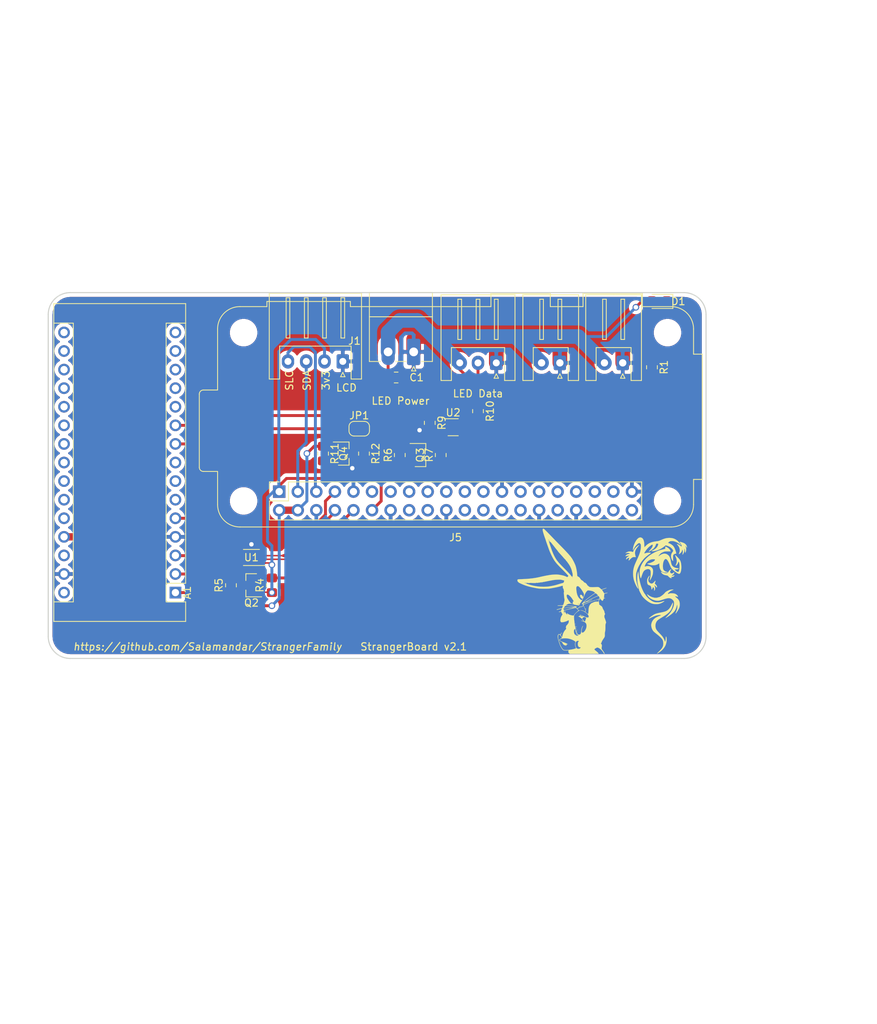
<source format=kicad_pcb>
(kicad_pcb (version 20211014) (generator pcbnew)
  (title_block (date "15 nov 2012"))
  (layers (0 "F.Cu" signal) (31 "B.Cu" signal) (34 "B.Paste" user) (35 "F.Paste" user) (36 "B.SilkS" user "B.Silkscreen") (37 "F.SilkS" user "F.Silkscreen") (38 "B.Mask" user) (39 "F.Mask" user) (44 "Edge.Cuts" user))
  (net 0 "")
  (net 1 "+5V")
  (net 2 "GND")
  (net 3 "+3V3")
  (net 4 "Net-(J3-Pad2)")
  (net 5 "Net-(D1-Pad1)")
  (net 6 "/LCD_SDA")
  (net 7 "/LCD_SLC")
  (net 8 "/MOSI")
  (net 9 "/PWM0")
  (net 10 "/RPi_TX")
  (net 11 "/RPi_RX")
  (net 12 "/Nano_RX")
  (net 13 "/Nano_TX")
  (net 14 "/Arduino_out")
  (net 15 "Net-(A1-Pad16)")
  (net 16 "Net-(A1-Pad15)")
  (net 17 "Net-(A1-Pad30)")
  (net 18 "Net-(A1-Pad14)")
  (net 19 "Net-(A1-Pad13)")
  (net 20 "Net-(A1-Pad28)")
  (net 21 "Net-(A1-Pad12)")
  (net 22 "Net-(A1-Pad11)")
  (net 23 "Net-(A1-Pad26)")
  (net 24 "Net-(A1-Pad25)")
  (net 25 "Net-(A1-Pad24)")
  (net 26 "Net-(A1-Pad8)")
  (net 27 "Net-(A1-Pad23)")
  (net 28 "Net-(A1-Pad7)")
  (net 29 "Net-(A1-Pad22)")
  (net 30 "Net-(A1-Pad6)")
  (net 31 "Net-(A1-Pad21)")
  (net 32 "Net-(A1-Pad20)")
  (net 33 "Net-(A1-Pad19)")
  (net 34 "Net-(A1-Pad18)")
  (net 35 "Net-(J5-Pad15)")
  (net 36 "Net-(J5-Pad16)")
  (net 37 "Net-(J5-Pad23)")
  (net 38 "Net-(J5-Pad24)")
  (net 39 "Net-(J5-Pad11)")
  (net 40 "Net-(J5-Pad27)")
  (net 41 "Net-(J5-Pad28)")
  (net 42 "Net-(J5-Pad13)")
  (net 43 "Net-(J5-Pad37)")
  (net 44 "Net-(J5-Pad38)")
  (net 45 "Net-(J5-Pad33)")
  (net 46 "Net-(J5-Pad35)")
  (net 47 "Net-(J5-Pad36)")
  (net 48 "Net-(J5-Pad18)")
  (net 49 "Net-(J5-Pad31)")
  (net 50 "Net-(J5-Pad32)")
  (net 51 "Net-(J5-Pad29)")
  (net 52 "Net-(J5-Pad21)")
  (net 53 "Net-(J5-Pad22)")
  (net 54 "Net-(J5-Pad26)")
  (net 55 "Net-(J5-Pad40)")
  (net 56 "/Arduino_is_out")
  (net 57 "/RX_enable")
  (net 58 "/Arduino_out_VDD")
  (net 59 "/PWM0_VDD")
  (net 60 "Net-(R10-Pad2)")
  (net 61 "/Nano_~{Reset}")
  (net 62 "/RPi_Nano_~{Reset}")
  (net 63 "VCC")
  (net 64 "Net-(J5-Pad17)")
  (footprint "stranger_family_lib:Raspberry_Pi_Zero_Socketed_THT_FaceDown_MountingHoles" (layer "F.Cu") (at 198.2 97.2 90)
    (fp_text reference "J5" (at -6.27 24.13) (layer "F.SilkS"))
    (fp_text value "Raspberry_Pi_zero")
    (pad "" np_thru_hole circle locked (at -1.27 -4.87 180) (size 2.75 2.75) (drill 2.75) (layers *.Cu))
    (pad "" np_thru_hole circle locked (at 21.73 -4.87 180) (size 2.75 2.75) (drill 2.75) (layers *.Cu))
    (pad "" np_thru_hole circle locked (at -1.27 53.13 180) (size 2.75 2.75) (drill 2.75) (layers *.Cu))
    (pad "" np_thru_hole circle locked (at 21.73 53.13 180) (size 2.75 2.75) (drill 2.75) (layers *.Cu))
    (pad "1" thru_hole rect locked (at 0 0 90) (size 1.7 1.7) (drill 1) (layers *.Cu *.Mask) (net 3 "+3V3"))
    (pad "2" thru_hole oval locked (at -2.54 0 90) (size 1.7 1.7) (drill 1) (layers *.Cu *.Mask) (net 1 "+5V"))
    (pad "3" thru_hole oval locked (at 0 2.54 90) (size 1.7 1.7) (drill 1) (layers *.Cu *.Mask) (net 6 "/LCD_SDA"))
    (pad "4" thru_hole oval locked (at -2.54 2.54 90) (size 1.7 1.7) (drill 1) (layers *.Cu *.Mask) (net 1 "+5V"))
    (pad "5" thru_hole oval locked (at 0 5.08 90) (size 1.7 1.7) (drill 1) (layers *.Cu *.Mask) (net 7 "/LCD_SLC"))
    (pad "6" thru_hole oval locked (at -2.54 5.08 90) (size 1.7 1.7) (drill 1) (layers *.Cu *.Mask) (net 2 "GND"))
    (pad "7" thru_hole oval locked (at 0 7.62 90) (size 1.7 1.7) (drill 1) (layers *.Cu *.Mask) (net 62 "/RPi_Nano_~{Reset}"))
    (pad "8" thru_hole oval locked (at -2.54 7.62 90) (size 1.7 1.7) (drill 1) (layers *.Cu *.Mask) (net 10 "/RPi_TX"))
    (pad "9" thru_hole oval locked (at 0 10.16 90) (size 1.7 1.7) (drill 1) (layers *.Cu *.Mask) (net 2 "GND"))
    (pad "10" thru_hole oval locked (at -2.54 10.16 90) (size 1.7 1.7) (drill 1) (layers *.Cu *.Mask) (net 11 "/RPi_RX"))
    (pad "11" thru_hole oval locked (at 0 12.7 90) (size 1.7 1.7) (drill 1) (layers *.Cu *.Mask) (net 39 "Net-(J5-Pad11)"))
    (pad "12" thru_hole oval locked (at -2.54 12.7 90) (size 1.7 1.7) (drill 1) (layers *.Cu *.Mask) (net 9 "/PWM0"))
    (pad "13" thru_hole oval locked (at 0 15.24 90) (size 1.7 1.7) (drill 1) (layers *.Cu *.Mask) (net 42 "Net-(J5-Pad13)"))
    (pad "14" thru_hole oval locked (at -2.54 15.24 90) (size 1.7 1.7) (drill 1) (layers *.Cu *.Mask) (net 2 "GND"))
    (pad "15" thru_hole oval locked (at 0 17.78 90) (size 1.7 1.7) (drill 1) (layers *.Cu *.Mask) (net 35 "Net-(J5-Pad15)"))
    (pad "16" thru_hole oval locked (at -2.54 17.78 90) (size 1.7 1.7) (drill 1) (layers *.Cu *.Mask) (net 36 "Net-(J5-Pad16)"))
    (pad "17" thru_hole oval locked (at 0 20.32 90) (size 1.7 1.7) (drill 1) (layers *.Cu *.Mask) (net 64 "Net-(J5-Pad17)"))
    (pad "18" thru_hole oval locked (at -2.54 20.32 90) (size 1.7 1.7) (drill 1) (layers *.Cu *.Mask) (net 48 "Net-(J5-Pad18)"))
    (pad "19" thru_hole oval locked (at 0 22.86 90) (size 1.7 1.7) (drill 1) (layers *.Cu *.Mask) (net 8 "/MOSI"))
    (pad "20" thru_hole oval locked (at -2.54 22.86 90) (size 1.7 1.7) (drill 1) (layers *.Cu *.Mask) (net 2 "GND"))
    (pad "21" thru_hole oval locked (at 0 25.4 90) (size 1.7 1.7) (drill 1) (layers *.Cu *.Mask) (net 52 "Net-(J5-Pad21)"))
    (pad "22" thru_hole oval locked (at -2.54 25.4 90) (size 1.7 1.7) (drill 1) (layers *.Cu *.Mask) (net 53 "Net-(J5-Pad22)"))
    (pad "23" thru_hole oval locked (at 0 27.94 90) (size 1.7 1.7) (drill 1) (layers *.Cu *.Mask) (net 37 "Net-(J5-Pad23)"))
    (pad "24" thru_hole oval locked (at -2.54 27.94 90) (size 1.7 1.7) (drill 1) (layers *.Cu *.Mask) (net 38 "Net-(J5-Pad24)"))
    (pad "25" thru_hole oval locked (at 0 30.48 90) (size 1.7 1.7) (drill 1) (layers *.Cu *.Mask) (net 2 "GND"))
    (pad "26" thru_hole oval locked (at -2.54 30.48 90) (size 1.7 1.7) (drill 1) (layers *.Cu *.Mask) (net 54 "Net-(J5-Pad26)"))
    (pad "27" thru_hole oval locked (at 0 33.02 90) (size 1.7 1.7) (drill 1) (layers *.Cu *.Mask) (net 40 "Net-(J5-Pad27)"))
    (pad "28" thru_hole oval locked (at -2.54 33.02 90) (size 1.7 1.7) (drill 1) (layers *.Cu *.Mask) (net 41 "Net-(J5-Pad28)"))
    (pad "29" thru_hole oval locked (at 0 35.56 90) (size 1.7 1.7) (drill 1) (layers *.Cu *.Mask) (net 51 "Net-(J5-Pad29)"))
    (pad "30" thru_hole oval locked (at -2.54 35.56 90) (size 1.7 1.7) (drill 1) (layers *.Cu *.Mask) (net 2 "GND"))
    (pad "31" thru_hole oval locked (at 0 38.1 90) (size 1.7 1.7) (drill 1) (layers *.Cu *.Mask) (net 49 "Net-(J5-Pad31)"))
    (pad "32" thru_hole oval locked (at -2.54 38.1 90) (size 1.7 1.7) (drill 1) (layers *.Cu *.Mask) (net 50 "Net-(J5-Pad32)"))
    (pad "33" thru_hole oval locked (at 0 40.64 90) (size 1.7 1.7) (drill 1) (layers *.Cu *.Mask) (net 45 "Net-(J5-Pad33)"))
    (pad "34" thru_hole oval locked (at -2.54 40.64 90) (size 1.7 1.7) (drill 1) (layers *.Cu *.Mask) (net 2 "GND"))
    (pad "35" thru_hole oval locked (at 0 43.18 90) (size 1.7 1.7) (drill 1) (layers *.Cu *.Mask) (net 46 "Net-(J5-Pad35)"))
    (pad "36" thru_hole oval locked (at -2.54 43.18 90) (size 1.7 1.7) (drill 1) (layers *.Cu *.Mask) (net 47 "Net-(J5-Pad36)"))
    (pad "37" thru_hole oval locked (at 0 45.72 90) (size 1.7 1.7) (drill 1) (layers *.Cu *.Mask) (net 43 "Net-(J5-Pad37)"))
    (pad "38" thru_hole oval locked (at -2.54 45.72 90) (size 1.7 1.7) (drill 1) (layers *.Cu *.Mask) (net 44 "Net-(J5-Pad38)"))
    (pad "39" thru_hole oval locked (at 0 48.26 90) (size 1.7 1.7) (drill 1) (layers *.Cu *.Mask) (net 2 "GND"))
    (pad "40" thru_hole oval locked (at -2.54 48.26 90) (size 1.7 1.7) (drill 1) (layers *.Cu *.Mask) (net 55 "Net-(J5-Pad40)"))
  )
  (footprint "Resistor_SMD:R_0805_2012Metric_Pad1.20x1.40mm_HandSolder" (layer "F.Cu") (at 220.3 92.2 90)
    (fp_text reference "R7" (at 0 -1.6 90) (layer "F.SilkS"))
    (fp_text value "10k")
    (pad "1" smd roundrect locked (at -1 0 90) (size 1.2 1.4) (layers "F.Cu" "F.Paste" "F.Mask") (roundrect_rratio 0.208333) (net 63 "VCC"))
    (pad "2" smd roundrect locked (at 1 0 90) (size 1.2 1.4) (layers "F.Cu" "F.Paste" "F.Mask") (roundrect_rratio 0.208333) (net 59 "/PWM0_VDD"))
  )
  (footprint "Connector_JST:JST_XH_S4B-XH-A_1x04_P2.50mm_Horizontal" (layer "F.Cu") (at 206.9 79.4 180)
    (fp_text reference "J1" (at -1.6 2.8) (layer "F.SilkS"))
    (fp_text value "LCD_Conn")
    (pad "1" thru_hole roundrect locked (at 0 0 180) (size 1.7 1.95) (drill 0.95) (layers *.Cu *.Mask) (roundrect_rratio 0.147059) (net 2 "GND"))
    (pad "2" thru_hole oval locked (at 2.5 0 180) (size 1.7 1.95) (drill 0.95) (layers *.Cu *.Mask) (net 3 "+3V3"))
    (pad "3" thru_hole oval locked (at 5 0 180) (size 1.7 1.95) (drill 0.95) (layers *.Cu *.Mask) (net 6 "/LCD_SDA"))
    (pad "4" thru_hole oval locked (at 7.5 0 180) (size 1.7 1.95) (drill 0.95) (layers *.Cu *.Mask) (net 7 "/LCD_SLC"))
  )
  (footprint "Package_TO_SOT_SMD:SOT-23" (layer "F.Cu") (at 217.5 92.2)
    (fp_text reference "Q3" (at 0 0 90) (layer "F.SilkS"))
    (fp_text value "BSS138")
    (pad "1" smd rect locked (at -1 -0.95) (size 0.9 0.8) (layers "F.Cu" "F.Paste" "F.Mask") (net 3 "+3V3"))
    (pad "2" smd rect locked (at -1 0.95) (size 0.9 0.8) (layers "F.Cu" "F.Paste" "F.Mask") (net 9 "/PWM0"))
    (pad "3" smd rect locked (at 1 0) (size 0.9 0.8) (layers "F.Cu" "F.Paste" "F.Mask") (net 59 "/PWM0_VDD"))
  )
  (footprint "Connector_Phoenix_MC:PhoenixContact_MC_1,5_2-G-3.5_1x02_P3.50mm_Horizontal" (layer "F.Cu") (at 216.6 78.1 180)
    (fp_text reference "J2" hide)
    (fp_text value "Power_LEDs")
    (pad "1" thru_hole roundrect locked (at 0 0 180) (size 1.8 3.6) (drill 1.2) (layers *.Cu *.Mask) (roundrect_rratio 0.138889) (net 2 "GND"))
    (pad "2" thru_hole oval locked (at 3.5 0 180) (size 1.8 3.6) (drill 1.2) (layers *.Cu *.Mask) (net 63 "VCC"))
  )
  (footprint "Jumper:SolderJumper-2_P1.3mm_Bridged_RoundedPad1.0x1.5mm" (layer "F.Cu") (at 209.15 88.6 180)
    (fp_text reference "JP1" (at 0 1.8) (layer "F.SilkS"))
    (fp_text value "Jumper")
    (fp_poly (pts (xy 0.25 -0.3) (xy -0.25 -0.3) (xy -0.25 0.3) (xy 0.25 0.3)) (layer "F.Cu") (width 0) (fill solid))
    (pad "1" smd custom locked (at -0.65 0 180) (size 1 0.5) (layers "F.Cu" "F.Mask") (net 58 "/Arduino_out_VDD") (options (clearance outline) (anchor rect)) (primitives (gr_circle (center 0 0.25) (end 0.5 0.25) (width 0) (fill yes)) (gr_circle (center 0 -0.25) (end 0.5 -0.25) (width 0) (fill yes)) (gr_poly (pts (xy 0 -0.75) (xy 0.5 -0.75) (xy 0.5 0.75) (xy 0 0.75)) (width 0) (fill yes))))
    (pad "2" smd custom locked (at 0.65 0 180) (size 1 0.5) (layers "F.Cu" "F.Mask") (net 14 "/Arduino_out") (options (clearance outline) (anchor rect)) (primitives (gr_circle (center 0 0.25) (end 0.5 0.25) (width 0) (fill yes)) (gr_circle (center 0 -0.25) (end 0.5 -0.25) (width 0) (fill yes)) (gr_poly (pts (xy 0 -0.75) (xy -0.5 -0.75) (xy -0.5 0.75) (xy 0 0.75)) (width 0) (fill yes))))
  )
  (footprint "Connector_JST:JST_XH_S3B-XH-A_1x03_P2.50mm_Horizontal" (layer "F.Cu") (at 227.9 79.6 180)
    (fp_text reference "J3" hide)
    (fp_text value "Output_LED")
    (pad "1" thru_hole roundrect locked (at 0 0 180) (size 1.7 1.95) (drill 0.95) (layers *.Cu *.Mask) (roundrect_rratio 0.147059) (net 2 "GND"))
    (pad "2" thru_hole oval locked (at 2.5 0 180) (size 1.7 1.95) (drill 0.95) (layers *.Cu *.Mask) (net 4 "Net-(J3-Pad2)"))
    (pad "3" thru_hole oval locked (at 5 0 180) (size 1.7 1.95) (drill 0.95) (layers *.Cu *.Mask) (net 63 "VCC"))
  )
  (footprint "Resistor_SMD:R_0805_2012Metric_Pad1.20x1.40mm_HandSolder" (layer "F.Cu") (at 214.7 92.2 -90)
    (fp_text reference "R6" (at 0 1.6 90) (layer "F.SilkS"))
    (fp_text value "10k")
    (pad "1" smd roundrect locked (at -1 0 270) (size 1.2 1.4) (layers "F.Cu" "F.Paste" "F.Mask") (roundrect_rratio 0.208333) (net 3 "+3V3"))
    (pad "2" smd roundrect locked (at 1 0 270) (size 1.2 1.4) (layers "F.Cu" "F.Paste" "F.Mask") (roundrect_rratio 0.208333) (net 9 "/PWM0"))
  )
  (footprint "Package_TO_SOT_SMD:SOT-23" (layer "F.Cu") (at 207 92)
    (fp_text reference "Q4" (at 0 0 90) (layer "F.SilkS"))
    (fp_text value "BSS138")
    (pad "1" smd rect locked (at -1 -0.95) (size 0.9 0.8) (layers "F.Cu" "F.Paste" "F.Mask") (net 1 "+5V"))
    (pad "2" smd rect locked (at -1 0.95) (size 0.9 0.8) (layers "F.Cu" "F.Paste" "F.Mask") (net 14 "/Arduino_out"))
    (pad "3" smd rect locked (at 1 0) (size 0.9 0.8) (layers "F.Cu" "F.Paste" "F.Mask") (net 58 "/Arduino_out_VDD"))
  )
  (footprint "Resistor_SMD:R_0805_2012Metric_Pad1.20x1.40mm_HandSolder" (layer "F.Cu") (at 225.4 86.2 -90)
    (fp_text reference "R10" (at 0 -1.65 90) (layer "F.SilkS"))
    (fp_text value "470")
    (pad "1" smd roundrect locked (at -1 0 270) (size 1.2 1.4) (layers "F.Cu" "F.Paste" "F.Mask") (roundrect_rratio 0.208333) (net 4 "Net-(J3-Pad2)"))
    (pad "2" smd roundrect locked (at 1 0 270) (size 1.2 1.4) (layers "F.Cu" "F.Paste" "F.Mask") (roundrect_rratio 0.208333) (net 60 "Net-(R10-Pad2)"))
  )
  (footprint "Capacitor_SMD:C_0805_2012Metric_Pad1.18x1.45mm_HandSolder" (layer "F.Cu") (at 214.2 81.6 180)
    (fp_text reference "C1" (at -2.8 0) (layer "F.SilkS"))
    (fp_text value "C")
    (pad "1" smd roundrect locked (at -1.0375 0 180) (size 1.175 1.45) (layers "F.Cu" "F.Paste" "F.Mask") (roundrect_rratio 0.212766) (net 2 "GND"))
    (pad "2" smd roundrect locked (at 1.0375 0 180) (size 1.175 1.45) (layers "F.Cu" "F.Paste" "F.Mask") (roundrect_rratio 0.212766) (net 63 "VCC"))
  )
  (footprint "Resistor_SMD:R_0805_2012Metric_Pad1.20x1.40mm_HandSolder" (layer "F.Cu") (at 204.2 92 -90)
    (fp_text reference "R11" (at 0 -1.6 90) (layer "F.SilkS"))
    (fp_text value "10k")
    (pad "1" smd roundrect locked (at -1 0 270) (size 1.2 1.4) (layers "F.Cu" "F.Paste" "F.Mask") (roundrect_rratio 0.208333) (net 1 "+5V"))
    (pad "2" smd roundrect locked (at 1 0 270) (size 1.2 1.4) (layers "F.Cu" "F.Paste" "F.Mask") (roundrect_rratio 0.208333) (net 14 "/Arduino_out"))
  )
  (footprint "Resistor_SMD:R_0805_2012Metric_Pad1.20x1.40mm_HandSolder" (layer "F.Cu") (at 209.8 92 90)
    (fp_text reference "R12" (at 0 1.6 90) (layer "F.SilkS"))
    (fp_text value "10k")
    (pad "1" smd roundrect locked (at -1 0 90) (size 1.2 1.4) (layers "F.Cu" "F.Paste" "F.Mask") (roundrect_rratio 0.208333) (net 63 "VCC"))
    (pad "2" smd roundrect locked (at 1 0 90) (size 1.2 1.4) (layers "F.Cu" "F.Paste" "F.Mask") (roundrect_rratio 0.208333) (net 58 "/Arduino_out_VDD"))
  )
  (footprint "Package_TO_SOT_SMD:Texas_R-PDSO-G6" (layer "F.Cu") (at 222 88.4)
    (fp_text reference "U2" (at 0 -2) (layer "F.SilkS"))
    (fp_text value "74LVC1G3157")
    (pad "1" smd rect locked (at -1.1 -0.65) (size 0.9 0.4) (layers "F.Cu" "F.Paste" "F.Mask") (net 58 "/Arduino_out_VDD"))
    (pad "2" smd rect locked (at -1.1 0) (size 0.9 0.4) (layers "F.Cu" "F.Paste" "F.Mask") (net 2 "GND"))
    (pad "3" smd rect locked (at -1.1 0.65) (size 0.9 0.4) (layers "F.Cu" "F.Paste" "F.Mask") (net 59 "/PWM0_VDD"))
    (pad "4" smd rect locked (at 1.1 0.65) (size 0.9 0.4) (layers "F.Cu" "F.Paste" "F.Mask") (net 60 "Net-(R10-Pad2)"))
    (pad "5" smd rect locked (at 1.1 0) (size 0.9 0.4) (layers "F.Cu" "F.Paste" "F.Mask") (net 63 "VCC"))
    (pad "6" smd rect locked (at 1.1 -0.65) (size 0.9 0.4) (layers "F.Cu" "F.Paste" "F.Mask") (net 56 "/Arduino_is_out"))
  )
  (footprint "Module:Arduino_Nano" (layer "F.Cu") (at 184 111 180)
    (fp_text reference "A1" (at -1.6 0 270) (layer "F.SilkS"))
    (fp_text value "Arduino_Nano_v3.x")
    (pad "1" thru_hole rect locked (at 0 0 180) (size 1.6 1.6) (drill 1) (layers *.Cu *.Mask) (net 13 "/Nano_TX"))
    (pad "2" thru_hole oval locked (at 0 2.54 180) (size 1.6 1.6) (drill 1) (layers *.Cu *.Mask) (net 12 "/Nano_RX"))
    (pad "3" thru_hole oval locked (at 0 5.08 180) (size 1.6 1.6) (drill 1) (layers *.Cu *.Mask) (net 61 "/Nano_~{Reset}"))
    (pad "4" thru_hole oval locked (at 0 7.62 180) (size 1.6 1.6) (drill 1) (layers *.Cu *.Mask) (net 2 "GND"))
    (pad "5" thru_hole oval locked (at 0 10.16 180) (size 1.6 1.6) (drill 1) (layers *.Cu *.Mask) (net 57 "/RX_enable"))
    (pad "6" thru_hole oval locked (at 0 12.7 180) (size 1.6 1.6) (drill 1) (layers *.Cu *.Mask) (net 30 "Net-(A1-Pad6)"))
    (pad "7" thru_hole oval locked (at 0 15.24 180) (size 1.6 1.6) (drill 1) (layers *.Cu *.Mask) (net 28 "Net-(A1-Pad7)"))
    (pad "8" thru_hole oval locked (at 0 17.78 180) (size 1.6 1.6) (drill 1) (layers *.Cu *.Mask) (net 26 "Net-(A1-Pad8)"))
    (pad "9" thru_hole oval locked (at 0 20.32 180) (size 1.6 1.6) (drill 1) (layers *.Cu *.Mask) (net 14 "/Arduino_out"))
    (pad "10" thru_hole oval locked (at 0 22.86 180) (size 1.6 1.6) (drill 1) (layers *.Cu *.Mask) (net 56 "/Arduino_is_out"))
    (pad "11" thru_hole oval locked (at 0 25.4 180) (size 1.6 1.6) (drill 1) (layers *.Cu *.Mask) (net 22 "Net-(A1-Pad11)"))
    (pad "12" thru_hole oval locked (at 0 27.94 180) (size 1.6 1.6) (drill 1) (layers *.Cu *.Mask) (net 21 "Net-(A1-Pad12)"))
    (pad "13" thru_hole oval locked (at 0 30.48 180) (size 1.6 1.6) (drill 1) (layers *.Cu *.Mask) (net 19 "Net-(A1-Pad13)"))
    (pad "14" thru_hole oval locked (at 0 33.02 180) (size 1.6 1.6) (drill 1) (layers *.Cu *.Mask) (net 18 "Net-(A1-Pad14)"))
    (pad "15" thru_hole oval locked (at 0 35.56 180) (size 1.6 1.6) (drill 1) (layers *.Cu *.Mask) (net 16 "Net-(A1-Pad15)"))
    (pad "16" thru_hole oval locked (at 15.24 35.56 180) (size 1.6 1.6) (drill 1) (layers *.Cu *.Mask) (net 15 "Net-(A1-Pad16)"))
    (pad "17" thru_hole oval locked (at 15.24 33.02 180) (size 1.6 1.6) (drill 1) (layers *.Cu *.Mask) (net 3 "+3V3"))
    (pad "18" thru_hole oval locked (at 15.24 30.48 180) (size 1.6 1.6) (drill 1) (layers *.Cu *.Mask) (net 34 "Net-(A1-Pad18)"))
    (pad "19" thru_hole oval locked (at 15.24 27.94 180) (size 1.6 1.6) (drill 1) (layers *.Cu *.Mask) (net 33 "Net-(A1-Pad19)"))
    (pad "20" thru_hole oval locked (at 15.24 25.4 180) (size 1.6 1.6) (drill 1) (layers *.Cu *.Mask) (net 32 "Net-(A1-Pad20)"))
    (pad "21" thru_hole oval locked (at 15.24 22.86 180) (size 1.6 1.6) (drill 1) (layers *.Cu *.Mask) (net 31 "Net-(A1-Pad21)"))
    (pad "22" thru_hole oval locked (at 15.24 20.32 180) (size 1.6 1.6) (drill 1) (layers *.Cu *.Mask) (net 29 "Net-(A1-Pad22)"))
    (pad "23" thru_hole oval locked (at 15.24 17.78 180) (size 1.6 1.6) (drill 1) (layers *.Cu *.Mask) (net 27 "Net-(A1-Pad23)"))
    (pad "24" thru_hole oval locked (at 15.24 15.24 180) (size 1.6 1.6) (drill 1) (layers *.Cu *.Mask) (net 25 "Net-(A1-Pad24)"))
    (pad "25" thru_hole oval locked (at 15.24 12.7 180) (size 1.6 1.6) (drill 1) (layers *.Cu *.Mask) (net 24 "Net-(A1-Pad25)"))
    (pad "26" thru_hole oval locked (at 15.24 10.16 180) (size 1.6 1.6) (drill 1) (layers *.Cu *.Mask) (net 23 "Net-(A1-Pad26)"))
    (pad "27" thru_hole oval locked (at 15.24 7.62 180) (size 1.6 1.6) (drill 1) (layers *.Cu *.Mask) (net 1 "+5V"))
    (pad "28" thru_hole oval locked (at 15.24 5.08 180) (size 1.6 1.6) (drill 1) (layers *.Cu *.Mask) (net 20 "Net-(A1-Pad28)"))
    (pad "29" thru_hole oval locked (at 15.24 2.54 180) (size 1.6 1.6) (drill 1) (layers *.Cu *.Mask) (net 2 "GND"))
    (pad "30" thru_hole oval locked (at 15.24 0 180) (size 1.6 1.6) (drill 1) (layers *.Cu *.Mask) (net 17 "Net-(A1-Pad30)"))
  )
  (footprint "Package_SO:VSSOP-8_2.3x2mm_P0.5mm" (layer "F.Cu") (at 194.4 106.2 180)
    (fp_text reference "U1" (at 0 0) (layer "F.SilkS"))
    (fp_text value "74LVC2T45DC")
    (pad "1" smd rect locked (at -1.55 -0.75 90) (size 0.3 0.8) (layers "F.Cu" "F.Paste" "F.Mask") (net 3 "+3V3"))
    (pad "2" smd rect locked (at -1.55 -0.25 90) (size 0.3 0.8) (layers "F.Cu" "F.Paste" "F.Mask") (net 10 "/RPi_TX"))
    (pad "3" smd rect locked (at -1.55 0.25 90) (size 0.3 0.8) (layers "F.Cu" "F.Paste" "F.Mask") (net 62 "/RPi_Nano_~{Reset}"))
    (pad "4" smd rect locked (at -1.55 0.75 90) (size 0.3 0.8) (layers "F.Cu" "F.Paste" "F.Mask") (net 2 "GND"))
    (pad "5" smd rect locked (at 1.55 0.75 90) (size 0.3 0.8) (layers "F.Cu" "F.Paste" "F.Mask") (net 57 "/RX_enable"))
    (pad "6" smd rect locked (at 1.55 0.25 90) (size 0.3 0.8) (layers "F.Cu" "F.Paste" "F.Mask") (net 61 "/Nano_~{Reset}"))
    (pad "7" smd rect locked (at 1.55 -0.25 90) (size 0.3 0.8) (layers "F.Cu" "F.Paste" "F.Mask") (net 12 "/Nano_RX"))
    (pad "8" smd rect locked (at 1.55 -0.75 90) (size 0.3 0.8) (layers "F.Cu" "F.Paste" "F.Mask") (net 1 "+5V"))
  )
  (footprint "Resistor_SMD:R_0805_2012Metric_Pad1.20x1.40mm_HandSolder" (layer "F.Cu") (at 191.6 110 90)
    (fp_text reference "R5" (at 0 -1.65 90) (layer "F.SilkS"))
    (fp_text value "10k")
    (pad "1" smd roundrect locked (at -1 0 90) (size 1.2 1.4) (layers "F.Cu" "F.Paste" "F.Mask") (roundrect_rratio 0.208333) (net 1 "+5V"))
    (pad "2" smd roundrect locked (at 1 0 90) (size 1.2 1.4) (layers "F.Cu" "F.Paste" "F.Mask") (roundrect_rratio 0.208333) (net 13 "/Nano_TX"))
  )
  (footprint "Resistor_SMD:R_0805_2012Metric_Pad1.20x1.40mm_HandSolder" (layer "F.Cu") (at 197.2 110 90)
    (fp_text reference "R4" (at 0 -1.65 90) (layer "F.SilkS"))
    (fp_text value "10k")
    (pad "1" smd roundrect locked (at -1 0 90) (size 1.2 1.4) (layers "F.Cu" "F.Paste" "F.Mask") (roundrect_rratio 0.208333) (net 3 "+3V3"))
    (pad "2" smd roundrect locked (at 1 0 90) (size 1.2 1.4) (layers "F.Cu" "F.Paste" "F.Mask") (roundrect_rratio 0.208333) (net 11 "/RPi_RX"))
  )
  (footprint "Package_TO_SOT_SMD:SOT-23" (layer "F.Cu") (at 194.4 110 180)
    (fp_text reference "Q2" (at 0 -2.4 180) (layer "F.SilkS"))
    (fp_text value "BSS138")
    (pad "1" smd rect locked (at -1 -0.95 180) (size 0.9 0.8) (layers "F.Cu" "F.Paste" "F.Mask") (net 3 "+3V3"))
    (pad "2" smd rect locked (at -1 0.95 180) (size 0.9 0.8) (layers "F.Cu" "F.Paste" "F.Mask") (net 11 "/RPi_RX"))
    (pad "3" smd rect locked (at 1 0 180) (size 0.9 0.8) (layers "F.Cu" "F.Paste" "F.Mask") (net 13 "/Nano_TX"))
  )
  (footprint "Resistor_SMD:R_0805_2012Metric_Pad1.20x1.40mm_HandSolder" (layer "F.Cu") (at 249.2 80.2 -90)
    (fp_text reference "R1" (at 0 -1.65 90) (layer "F.SilkS"))
    (fp_text value "R")
    (pad "1" smd roundrect locked (at -1 0 270) (size 1.2 1.4) (layers "F.Cu" "F.Paste" "F.Mask") (roundrect_rratio 0.208333) (net 5 "Net-(D1-Pad1)"))
    (pad "2" smd roundrect locked (at 1 0 270) (size 1.2 1.4) (layers "F.Cu" "F.Paste" "F.Mask") (roundrect_rratio 0.208333) (net 2 "GND"))
  )
  (footprint "Connector_JST:JST_XH_S2B-XH-A_1x02_P2.50mm_Horizontal" (layer "F.Cu") (at 236.6 79.6 180)
    (fp_text reference "J4" hide)
    (fp_text value "LED_Out2")
    (pad "1" thru_hole roundrect locked (at 0 0 180) (size 1.7 2) (drill 1) (layers *.Cu *.Mask) (roundrect_rratio 0.147059) (net 2 "GND"))
    (pad "2" thru_hole oval locked (at 2.5 0 180) (size 1.7 2) (drill 1) (layers *.Cu *.Mask) (net 63 "VCC"))
  )
  (footprint "Connector_JST:JST_XH_S2B-XH-A_1x02_P2.50mm_Horizontal" (layer "F.Cu") (at 245.2 79.6 180)
    (fp_text reference "J6" hide)
    (fp_text value "LED_Out2")
    (pad "1" thru_hole roundrect locked (at 0 0 180) (size 1.7 2) (drill 1) (layers *.Cu *.Mask) (roundrect_rratio 0.147059) (net 2 "GND"))
    (pad "2" thru_hole oval locked (at 2.5 0 180) (size 1.7 2) (drill 1) (layers *.Cu *.Mask) (net 63 "VCC"))
  )
  (footprint "stranger_family_lib:logo_salamandar" (layer "F.Cu") (at 249.4 111.2)
    (fp_text reference "G***" hide)
    (fp_text value "LOGO" hide)
  )
  (footprint "stranger_family_lib:logo_klorydryk" (layer "F.Cu") (at 237.2 110.6)
    (fp_text reference "G***" hide)
    (fp_text value "LOGO" hide)
  )
  (footprint "Resistor_SMD:R_0805_2012Metric_Pad1.20x1.40mm_HandSolder" (layer "F.Cu") (at 218.8 87.8 -90)
    (fp_text reference "R9" (at 0 -1.65 90) (layer "F.SilkS"))
    (fp_text value "10k")
    (pad "1" smd roundrect locked (at -1 0 270) (size 1.2 1.4) (layers "F.Cu" "F.Paste" "F.Mask") (roundrect_rratio 0.208333) (net 56 "/Arduino_is_out"))
    (pad "2" smd roundrect locked (at 1 0 270) (size 1.2 1.4) (layers "F.Cu" "F.Paste" "F.Mask") (roundrect_rratio 0.208333) (net 2 "GND"))
  )
  (footprint "Diode_SMD:D_0805_2012Metric_Pad1.15x1.40mm_HandSolder" (layer "F.Cu") (at 250.2 71.2 180)
    (fp_text reference "D1" (at -2.6 0) (layer "F.SilkS"))
    (fp_text value "D")
    (pad "1" smd roundrect locked (at -1.025 0 180) (size 1.15 1.4) (layers "F.Cu" "F.Paste" "F.Mask") (roundrect_rratio 0.217391) (net 5 "Net-(D1-Pad1)"))
    (pad "2" smd roundrect locked (at 1.025 0 180) (size 1.15 1.4) (layers "F.Cu" "F.Paste" "F.Mask") (roundrect_rratio 0.217391) (net 63 "VCC"))
  )
  (gr_line (start 253.6 70) (end 169.6 70) (layer "Edge.Cuts") (width 0.15))
  (gr_line (start 256.6 117) (end 256.6 73) (layer "Edge.Cuts") (width 0.15))
  (gr_arc (start 256.6 117) (mid 255.72132 119.12132) (end 253.6 120) (layer "Edge.Cuts") (width 0.15))
  (gr_line (start 166.6 73) (end 166.6 117) (layer "Edge.Cuts") (width 0.15))
  (gr_arc (start 166.6 73) (mid 167.47868 70.87868) (end 169.6 70) (layer "Edge.Cuts") (width 0.15))
  (gr_arc (start 253.6 70) (mid 255.72132 70.87868) (end 256.6 73) (layer "Edge.Cuts") (width 0.15))
  (gr_line (start 169.6 120) (end 253.6 120) (layer "Edge.Cuts") (width 0.15))
  (gr_arc (start 169.6 120) (mid 167.47868 119.12132) (end 166.6 117) (layer "Edge.Cuts") (width 0.15))
  (gr_text "SDA" (at 202 82 90) (layer "F.SilkS") (effects (font (size 1 1))))
  (gr_text "3v3" (at 204.6 82 90) (layer "F.SilkS") (effects (font (size 1 1))))
  (gr_text "StrangerBoard v2.1" (at 216.6 118.4) (layer "F.SilkS") (effects (font (size 1 1))))
  (gr_text "LCD" (at 207.4 83) (layer "F.SilkS") (effects (font (size 1 1))))
  (gr_text "SLC" (at 199.6 82 90) (layer "F.SilkS") (effects (font (size 1 1))))
  (gr_text "LED Power" (at 214.8 84.8) (layer "F.SilkS") (effects (font (size 1 1))))
  (gr_text "LED Data" (at 225.4 83.8) (layer "F.SilkS") (effects (font (size 1 1))))
  (gr_text "https://github.com/Salamandar/StrangerFamily" (at 188.4 118.4) (layer "F.SilkS") (effects (font (size 1 1) (thickness 0.15) italic)))
  (segment (start 193.75 106.95) (end 192.85 106.95) (width 0.2) (layer "F.Cu") (net 1))
  (segment (start 197.2 112.8) (end 193.4 112.8) (width 0.4) (layer "F.Cu") (net 1))
  (segment (start 194.370002 107.570002) (end 193.75 106.95) (width 0.4) (layer "F.Cu") (net 1))
  (segment (start 204.2 91) (end 202.980002 91) (width 0.4) (layer "F.Cu") (net 1))
  (segment (start 168.76 103.38) (end 172.78 103.38) (width 1) (layer "F.Cu") (net 1))
  (segment (start 202.980002 91) (end 201.990001 91.990001) (width 0.4) (layer "F.Cu") (net 1))
  (segment (start 194.370002 110.6) (end 194.370002 107.570002) (width 0.4) (layer "F.Cu") (net 1))
  (segment (start 198.2 99.74) (end 200.74 99.74) (width 1) (layer "F.Cu") (net 1))
  (segment (start 205.95 91) (end 206 91.05) (width 0.4) (layer "F.Cu") (net 1))
  (segment (start 187.2 113.4) (end 189.6 111) (width 1) (layer "F.Cu") (net 1))
  (segment (start 193.4 112.8) (end 191.6 111) (width 0.4) (layer "F.Cu") (net 1))
  (segment (start 193.970002 111) (end 194.370002 110.6) (width 0.4) (layer "F.Cu") (net 1))
  (segment (start 191.6 111) (end 193.970002 111) (width 0.4) (layer "F.Cu") (net 1))
  (segment (start 204.2 91) (end 205.95 91) (width 0.4) (layer "F.Cu") (net 1))
  (segment (start 189.6 111) (end 191.6 111) (width 1) (layer "F.Cu") (net 1))
  (segment (start 182.8 113.4) (end 187.2 113.4) (width 1) (layer "F.Cu") (net 1))
  (segment (start 172.78 103.38) (end 182.8 113.4) (width 1) (layer "F.Cu") (net 1))
  (via (at 201.990001 91.990001) (size 0.9) (drill 0.6) (layers "F.Cu" "B.Cu") (net 1))
  (via (at 197.2 112.8) (size 0.9) (drill 0.6) (layers "F.Cu" "B.Cu") (net 1))
  (segment (start 198.2 99.74) (end 198.2 111.8) (width 0.4) (layer "B.Cu") (net 1))
  (segment (start 201.990001 98.489999) (end 201.990001 91.990001) (width 0.4) (layer "B.Cu") (net 1))
  (segment (start 200.74 99.74) (end 201.990001 98.489999) (width 0.4) (layer "B.Cu") (net 1))
  (segment (start 198.2 111.8) (end 197.2 112.8) (width 0.4) (layer "B.Cu") (net 1))
  (segment (start 195.95 105.45) (end 195.95 104.75) (width 0.2) (layer "F.Cu") (net 2))
  (segment (start 195.95 104.75) (end 195.6 104.4) (width 0.2) (layer "F.Cu") (net 2))
  (segment (start 194.4 104.4) (end 195.6 104.4) (width 0.2) (layer "F.Cu") (net 2))
  (segment (start 220.9 88.4) (end 219.2 88.4) (width 0.4) (layer "F.Cu") (net 2))
  (segment (start 235.4 76) (end 236.6 77.2) (width 2) (layer "F.Cu") (net 2))
  (segment (start 216.6 80.2375) (end 215.2375 81.6) (width 0.4) (layer "F.Cu") (net 2))
  (segment (start 244.2 76) (end 245.2 77) (width 2) (layer "F.Cu") (net 2))
  (segment (start 235.4 76) (end 244.2 76) (width 2) (layer "F.Cu") (net 2))
  (segment (start 236.6 77.2) (end 236.6 79.6) (width 2) (layer "F.Cu") (net 2))
  (segment (start 219.2 88.4) (end 218.8 88.8) (width 0.4) (layer "F.Cu") (net 2))
  (segment (start 216.6 78.1) (end 216.6 76.4) (width 2) (layer "F.Cu") (net 2))
  (segment (start 245.2 77) (end 245.2 79.6) (width 2) (layer "F.Cu") (net 2))
  (segment (start 226.4 76) (end 217 76) (width 2) (layer "F.Cu") (net 2))
  (segment (start 226.4 76) (end 235.4 76) (width 2) (layer "F.Cu") (net 2))
  (segment (start 226.4 76) (end 227.9 77.5) (width 2) (layer "F.Cu") (net 2))
  (segment (start 227.9 77.5) (end 227.9 79.6) (width 2) (layer "F.Cu") (net 2))
  (segment (start 218.8 88.8) (end 217.4 88.8) (width 0.4) (layer "F.Cu") (net 2))
  (segment (start 216.6 76.4) (end 217 76) (width 2) (layer "F.Cu") (net 2))
  (segment (start 216.6 78.1) (end 216.6 80.2375) (width 0.4) (layer "F.Cu") (net 2))
  (via (at 194.4 104.4) (size 0.9) (drill 0.6) (layers "F.Cu" "B.Cu") (net 2))
  (via (at 217.4 88.8) (size 0.9) (drill 0.6) (layers "F.Cu" "B.Cu") (net 2))
  (via (at 208.2 94) (size 0.9) (drill 0.6) (layers "F.Cu" "B.Cu") (net 2))
  (segment (start 208.36 94.16) (end 208.2 94) (width 0.4) (layer "B.Cu") (net 2))
  (segment (start 208.36 97.2) (end 208.36 94.16) (width 0.4) (layer "B.Cu") (net 2))
  (segment (start 195.4 110.95) (end 197.125 110.95) (width 0.2) (layer "F.Cu") (net 3))
  (segment (start 197.125 110.95) (end 197.2 111.025) (width 0.2) (layer "F.Cu") (net 3))
  (segment (start 199.2 95.4) (end 198.2 96.4) (width 0.4) (layer "F.Cu") (net 3))
  (segment (start 214 91.2) (end 209.8 95.4) (width 0.4) (layer "F.Cu") (net 3))
  (segment (start 214.7 91.2) (end 214 91.2) (width 0.4) (layer "F.Cu") (net 3))
  (segment (start 216.45 91.2) (end 216.5 91.25) (width 0.4) (layer "F.Cu") (net 3))
  (segment (start 195.95 106.95) (end 196.95 106.95) (width 0.2) (layer "F.Cu") (net 3))
  (segment (start 214.7 91.2) (end 216.45 91.2) (width 0.4) (layer "F.Cu") (net 3))
  (segment (start 209.8 95.4) (end 199.2 95.4) (width 0.4) (layer "F.Cu") (net 3))
  (segment (start 198.2 96.4) (end 198.2 97.2) (width 0.4) (layer "F.Cu") (net 3))
  (segment (start 196.95 106.95) (end 197.2 107.2) (width 0.2) (layer "F.Cu") (net 3))
  (via (at 197.2 107.2) (size 0.9) (drill 0.6) (layers "F.Cu" "B.Cu") (net 3))
  (via (at 197.2 111) (size 0.9) (drill 0.6) (layers "F.Cu" "B.Cu") (net 3))
  (segment (start 204.4 77.6) (end 204.4 79.4) (width 0.4) (layer "B.Cu") (net 3))
  (segment (start 199.8 76.4) (end 203.2 76.4) (width 0.4) (layer "B.Cu") (net 3))
  (segment (start 197.4 97.2) (end 196.6 98) (width 0.4) (layer "B.Cu") (net 3))
  (segment (start 198.14999 78.05001) (end 199.8 76.4) (width 0.4) (layer "B.Cu") (net 3))
  (segment (start 196.6 104) (end 197.2 104.6) (width 0.4) (layer "B.Cu") (net 3))
  (segment (start 198.2 97.2) (end 198.14999 97.14999) (width 0.4) (layer "B.Cu") (net 3))
  (segment (start 203.2 76.4) (end 204.4 77.6) (width 0.4) (layer "B.Cu") (net 3))
  (segment (start 197.2 107.2) (end 197.2 111) (width 0.4) (layer "B.Cu") (net 3))
  (segment (start 196.6 98) (end 196.6 104) (width 0.4) (layer "B.Cu") (net 3))
  (segment (start 198.14999 97.14999) (end 198.14999 78.05001) (width 0.4) (layer "B.Cu") (net 3))
  (segment (start 197.2 104.6) (end 197.2 107.2) (width 0.4) (layer "B.Cu") (net 3))
  (segment (start 198.2 97.2) (end 197.4 97.2) (width 0.4) (layer "B.Cu") (net 3))
  (segment (start 225.4 79.6) (end 225.4 85.2) (width 0.4) (layer "F.Cu") (net 4))
  (segment (start 249.2 78.2) (end 249.2 79.2) (width 0.4) (layer "F.Cu") (net 5))
  (segment (start 251.225 71.2) (end 251.2 71.2) (width 0.4) (layer "F.Cu") (net 5))
  (segment (start 251.2 71.2) (end 248.2 74.2) (width 0.4) (layer "F.Cu") (net 5))
  (segment (start 248.2 77.2) (end 249.2 78.2) (width 0.4) (layer "F.Cu") (net 5))
  (segment (start 248.2 74.2) (end 248.2 77.2) (width 0.4) (layer "F.Cu") (net 5))
  (segment (start 200.74 91.66) (end 201.9 90.5) (width 0.4) (layer "B.Cu") (net 6))
  (segment (start 200.74 97.2) (end 200.74 91.66) (width 0.4) (layer "B.Cu") (net 6))
  (segment (start 201.9 90.5) (end 201.9 90.041996) (width 0.4) (layer "B.Cu") (net 6))
  (segment (start 201.9 79.4) (end 201.9 90.041996) (width 0.4) (layer "B.Cu") (net 6))
  (segment (start 200.2 77.4) (end 202.4 77.4) (width 0.4) (layer "B.Cu") (net 7))
  (segment (start 199.4 79.4) (end 199.4 78.2) (width 0.4) (layer "B.Cu") (net 7))
  (segment (start 203.15 97.07) (end 203.15 78.15) (width 0.4) (layer "B.Cu") (net 7))
  (segment (start 203.28 97.2) (end 203.15 97.07) (width 0.4) (layer "B.Cu") (net 7))
  (segment (start 199.4 78.2) (end 200.2 77.4) (width 0.4) (layer "B.Cu") (net 7))
  (segment (start 202.4 77.4) (end 203.15 78.15) (width 0.4) (layer "B.Cu") (net 7))
  (segment (start 214.7 93.2) (end 216.45 93.2) (width 0.4) (layer "F.Cu") (net 9))
  (segment (start 212.150001 98.489999) (end 212.150001 95.749999) (width 0.4) (layer "F.Cu") (net 9))
  (segment (start 210.9 99.74) (end 212.150001 98.489999) (width 0.4) (layer "F.Cu") (net 9))
  (segment (start 212.150001 95.749999) (end 214.7 93.2) (width 0.4) (layer "F.Cu") (net 9))
  (segment (start 216.45 93.2) (end 216.5 93.15) (width 0.4) (layer "F.Cu") (net 9))
  (segment (start 205.82 99.98) (end 199.35 106.45) (width 0.4) (layer "F.Cu") (net 10))
  (segment (start 195.95 106.45) (end 199.35 106.45) (width 0.2) (layer "F.Cu") (net 10))
  (segment (start 205.82 99.74) (end 205.82 99.98) (width 0.4) (layer "F.Cu") (net 10))
  (segment (start 195.4 109.05) (end 197.125 109.05) (width 0.2) (layer "F.Cu") (net 11))
  (segment (start 197.125 109.05) (end 197.2 108.975) (width 0.2) (layer "F.Cu") (net 11))
  (segment (start 199.1 109) (end 208.36 99.74) (width 0.4) (layer "F.Cu") (net 11))
  (segment (start 197.2 109) (end 199.1 109) (width 0.4) (layer "F.Cu") (net 11))
  (segment (start 190.25 106.45) (end 192.85 106.45) (width 0.2) (layer "F.Cu") (net 12))
  (segment (start 187.14 108.46) (end 189.15 106.45) (width 0.4) (layer "F.Cu") (net 12))
  (segment (start 184 108.46) (end 187.14 108.46) (width 0.4) (layer "F.Cu") (net 12))
  (segment (start 189.15 106.45) (end 190.25 106.45) (width 0.4) (layer "F.Cu") (net 12))
  (segment (start 193.4 110) (end 193.4 109.4) (width 0.2) (layer "F.Cu") (net 13))
  (segment (start 192.975 108.975) (end 191.6 108.975) (width 0.2) (layer "F.Cu") (net 13))
  (segment (start 193.4 109.4) (end 192.975 108.975) (width 0.2) (layer "F.Cu") (net 13))
  (segment (start 189 109) (end 191.6 109) (width 0.4) (layer "F.Cu") (net 13))
  (segment (start 187 111) (end 189 109) (width 0.4) (layer "F.Cu") (net 13))
  (segment (start 184 111) (end 187 111) (width 0.4) (layer "F.Cu") (net 13))
  (segment (start 186.72 90.68) (end 188.8 88.6) (width 0.4) (layer "F.Cu") (net 14))
  (segment (start 205.95 93) (end 206 92.95) (width 0.4) (layer "F.Cu") (net 14))
  (segment (start 204.2 93) (end 205.95 93) (width 0.4) (layer "F.Cu") (net 14))
  (segment (start 206.45 92.95) (end 207 92.4) (width 0.4) (layer "F.Cu") (net 14))
  (segment (start 208.5 88.6) (end 207 88.6) (width 0.4) (layer "F.Cu") (net 14))
  (segment (start 207 88.6) (end 188.8 88.6) (width 0.4) (layer "F.Cu") (net 14))
  (segment (start 184 90.68) (end 186.72 90.68) (width 0.4) (layer "F.Cu") (net 14))
  (segment (start 206 92.95) (end 206.45 92.95) (width 0.4) (layer "F.Cu") (net 14))
  (segment (start 207 92.4) (end 207 88.6) (width 0.4) (layer "F.Cu") (net 14))
  (segment (start 223.1 87.3) (end 223.1 87.75) (width 0.4) (layer "F.Cu") (net 56))
  (segment (start 184 88.14) (end 187.46 88.14) (width 0.4) (layer "F.Cu") (net 56))
  (segment (start 218.8 86.8) (end 222.6 86.8) (width 0.4) (layer "F.Cu") (net 56))
  (segment (start 187.46 88.14) (end 188.8 86.8) (width 0.4) (layer "F.Cu") (net 56))
  (segment (start 222.6 86.8) (end 223.1 87.3) (width 0.4) (layer "F.Cu") (net 56))
  (segment (start 218.8 86.8) (end 188.8 86.8) (width 0.4) (layer "F.Cu") (net 56))
  (segment (start 192.85 105.45) (end 192.75 105.45) (width 0.2) (layer "F.Cu") (net 57))
  (segment (start 184 100.84) (end 185.44 100.84) (width 0.4) (layer "F.Cu") (net 57))
  (segment (start 185.44 100.84) (end 190 105.4) (width 0.4) (layer "F.Cu") (net 57))
  (segment (start 190.05 105.45) (end 190 105.4) (width 0.2) (layer "F.Cu") (net 57))
  (segment (start 192.85 105.45) (end 190.05 105.45) (width 0.2) (layer "F.Cu") (net 57))
  (segment (start 219.85 87.75) (end 219.8 87.8) (width 0.4) (layer "F.Cu") (net 58))
  (segment (start 209 91) (end 208 92) (width 0.4) (layer "F.Cu") (net 58))
  (segment (start 220.9 87.75) (end 219.85 87.75) (width 0.4) (layer "F.Cu") (net 58))
  (segment (start 209.8 88.6) (end 216 88.6) (width 0.4) (layer "F.Cu") (net 58))
  (segment (start 219.8 87.8) (end 216.8 87.8) (width 0.4) (layer "F.Cu") (net 58))
  (segment (start 216 88.6) (end 216.8 87.8) (width 0.4) (layer "F.Cu") (net 58))
  (segment (start 209.8 91) (end 209 91) (width 0.4) (layer "F.Cu") (net 58))
  (segment (start 209.8 91) (end 209.8 88.6) (width 0.4) (layer "F.Cu") (net 58))
  (segment (start 220.3 91.2) (end 220.3 89.65) (width 0.4) (layer "F.Cu") (net 59))
  (segment (start 219.5 91.2) (end 218.5 92.2) (width 0.4) (layer "F.Cu") (net 59))
  (segment (start 220.3 91.2) (end 219.5 91.2) (width 0.4) (layer "F.Cu") (net 59))
  (segment (start 220.3 89.65) (end 220.9 89.05) (width 0.4) (layer "F.Cu") (net 59))
  (segment (start 225.4 88.6) (end 225.4 87.2) (width 0.4) (layer "F.Cu") (net 60))
  (segment (start 223.1 89.05) (end 224.95 89.05) (width 0.4) (layer "F.Cu") (net 60))
  (segment (start 224.95 89.05) (end 225.4 88.6) (width 0.4) (layer "F.Cu") (net 60))
  (segment (start 192.85 105.95) (end 188.55 105.95) (width 0.2) (layer "F.Cu") (net 61))
  (segment (start 188.55 105.95) (end 184.03 105.95) (width 0.4) (layer "F.Cu") (net 61))
  (segment (start 184.03 105.95) (end 184 105.92) (width 0.4) (layer "F.Cu") (net 61))
  (segment (start 204.530001 98.489999) (end 204.530001 100.340001) (width 0.4) (layer "F.Cu") (net 62))
  (segment (start 198.772002 105.95) (end 195.95 105.95) (width 0.2) (layer "F.Cu") (net 62))
  (segment (start 204.530001 100.340001) (end 198.920002 105.95) (width 0.4) (layer "F.Cu") (net 62))
  (segment (start 198.920002 105.95) (end 198.772002 105.95) (width 0.4) (layer "F.Cu") (net 62))
  (segment (start 205.82 97.2) (end 204.530001 98.489999) (width 0.4) (layer "F.Cu") (net 62))
  (segment (start 224 88.35) (end 224 81.6) (width 0.4) (layer "F.Cu") (net 63))
  (segment (start 209.8 93) (end 210.6 93) (width 0.4) (layer "F.Cu") (net 63))
  (segment (start 223.1 88.4) (end 223.95 88.4) (width 0.4) (layer "F.Cu") (net 63))
  (segment (start 221.4 93.2) (end 220.3 93.2) (width 0.4) (layer "F.Cu") (net 63))
  (segment (start 222.9 79.6) (end 222.9 80.5) (width 0.4) (layer "F.Cu") (net 63))
  (segment (start 217.4 92.8) (end 217.8 93.2) (width 0.4) (layer "F.Cu") (net 63))
  (segment (start 217 89.6) (end 217.4 90) (width 0.4) (layer "F.Cu") (net 63))
  (segment (start 214 89.6) (end 217 89.6) (width 0.4) (layer "F.Cu") (net 63))
  (segment (start 213.1 78.1) (end 213.1 81.5375) (width 0.4) (layer "F.Cu") (net 63))
  (segment (start 217.4 90) (end 217.4 92.8) (width 0.4) (layer "F.Cu") (net 63))
  (segment (start 222.9 80.5) (end 224 81.6) (width 0.4) (layer "F.Cu") (net 63))
  (segment (start 249.175 71.2) (end 247.8 71.2) (width 0.4) (layer "F.Cu") (net 63))
  (segment (start 222 88.65) (end 222 92.6) (width 0.4) (layer "F.Cu") (net 63))
  (segment (start 210.6 93) (end 214 89.6) (width 0.4) (layer "F.Cu") (net 63))
  (segment (start 217.8 93.2) (end 220.3 93.2) (width 0.4) (layer "F.Cu") (net 63))
  (segment (start 222.25 88.4) (end 222 88.65) (width 0.4) (layer "F.Cu") (net 63))
  (segment (start 213.1 81.5375) (end 213.1625 81.6) (width 0.4) (layer "F.Cu") (net 63))
  (segment (start 223.1 88.4) (end 222.25 88.4) (width 0.4) (layer "F.Cu") (net 63))
  (segment (start 223.95 88.4) (end 224 88.35) (width 0.4) (layer "F.Cu") (net 63))
  (segment (start 247.8 71.2) (end 247 72) (width 0.4) (layer "F.Cu") (net 63))
  (segment (start 222 92.6) (end 221.4 93.2) (width 0.4) (layer "F.Cu") (net 63))
  (via (at 247 72) (size 0.9) (drill 0.6) (layers "F.Cu" "B.Cu") (net 63))
  (segment (start 247 72) (end 243 76) (width 0.4) (layer "B.Cu") (net 63))
  (segment (start 219.3 76) (end 222.9 79.6) (width 2) (layer "B.Cu") (net 63))
  (segment (start 219.3 76) (end 217.1 73.8) (width 2) (layer "B.Cu") (net 63))
  (segment (start 213.1 78.1) (end 213.1 75.4) (width 2) (layer "B.Cu") (net 63))
  (segment (start 230.5 76) (end 239.1 76) (width 2) (layer "B.Cu") (net 63))
  (segment (start 213.1 75.4) (end 214.7 73.8) (width 2) (layer "B.Cu") (net 63))
  (segment (start 243 76) (end 239.1 76) (width 0.4) (layer "B.Cu") (net 63))
  (segment (start 214.7 73.8) (end 217.1 73.8) (width 2) (layer "B.Cu") (net 63))
  (segment (start 230.5 76) (end 234.1 79.6) (width 2) (layer "B.Cu") (net 63))
  (segment (start 230.5 76) (end 219.3 76) (width 2) (layer "B.Cu") (net 63))
  (segment (start 239.1 76) (end 242.7 79.6) (width 2) (layer "B.Cu") (net 63))
  (zone (net 2) (net_name "GND") (layer "F.Cu") (connect_pads (clearance 0.508)) (min_thickness 0.254) (fill yes (thermal_gap 0.508) (thermal_bridge_width 0.508))
    (polygon (pts (xy 160 30) (xy 280 30) (xy 280 170) (xy 160 170)))
  )
  (zone (net 2) (net_name "GND") (layer "B.Cu") (connect_pads (clearance 0.508)) (min_thickness 0.254) (fill yes (thermal_gap 0.508) (thermal_bridge_width 0.508))
    (polygon (pts (xy 160 170) (xy 280 170) (xy 280 30) (xy 160 30)))
  )
)
</source>
